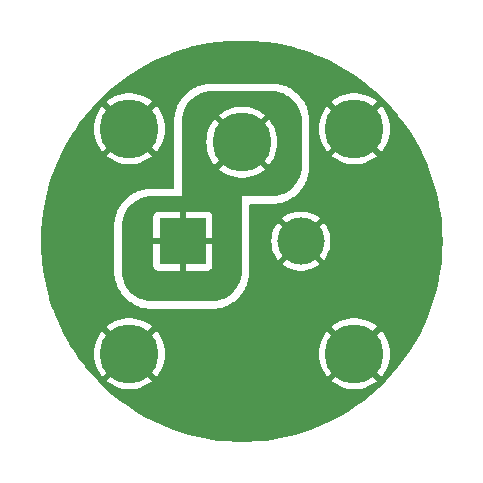
<source format=gbr>
%TF.GenerationSoftware,KiCad,Pcbnew,7.0.11+dfsg-1build4*%
%TF.CreationDate,2025-06-01T15:33:29-04:00*%
%TF.ProjectId,tek-cap-pcb,74656b2d-6361-4702-9d70-63622e6b6963,A*%
%TF.SameCoordinates,Original*%
%TF.FileFunction,Copper,L2,Bot*%
%TF.FilePolarity,Positive*%
%FSLAX46Y46*%
G04 Gerber Fmt 4.6, Leading zero omitted, Abs format (unit mm)*
G04 Created by KiCad (PCBNEW 7.0.11+dfsg-1build4) date 2025-06-01 15:33:29*
%MOMM*%
%LPD*%
G01*
G04 APERTURE LIST*
%TA.AperFunction,ComponentPad*%
%ADD10R,4.000000X4.000000*%
%TD*%
%TA.AperFunction,ComponentPad*%
%ADD11C,4.000000*%
%TD*%
%TA.AperFunction,ComponentPad*%
%ADD12C,5.000000*%
%TD*%
G04 APERTURE END LIST*
D10*
%TO.P,C1,1*%
%TO.N,Earth*%
X122000000Y-101600000D03*
D11*
%TO.P,C1,2*%
%TO.N,-26V*%
X132000000Y-101600000D03*
%TD*%
D12*
%TO.P,H5,1,1*%
%TO.N,-26V*%
X136525000Y-111125000D03*
%TD*%
%TO.P,H4,1,1*%
%TO.N,-26V*%
X117475000Y-111125000D03*
%TD*%
%TO.P,H3,1,1*%
%TO.N,-26V*%
X136525000Y-92075000D03*
%TD*%
%TO.P,H2,1,1*%
%TO.N,-26V*%
X117475000Y-92075000D03*
%TD*%
%TO.P,H1,1,1*%
%TO.N,Earth*%
X127000000Y-93218000D03*
%TD*%
%TA.AperFunction,Conductor*%
%TO.N,-26V*%
G36*
X127413769Y-84605608D02*
G01*
X128228362Y-84645010D01*
X128234333Y-84645443D01*
X128761004Y-84696513D01*
X129046072Y-84724155D01*
X129052023Y-84724877D01*
X129859029Y-84842717D01*
X129864922Y-84843723D01*
X130665281Y-85000414D01*
X130671131Y-85001706D01*
X131463005Y-85196886D01*
X131468772Y-85198456D01*
X131859514Y-85315056D01*
X132250248Y-85431654D01*
X132255947Y-85433505D01*
X133025272Y-85704194D01*
X133030876Y-85706319D01*
X133786235Y-86013866D01*
X133791728Y-86016259D01*
X134531320Y-86359928D01*
X134536655Y-86362565D01*
X135258848Y-86741601D01*
X135264059Y-86744499D01*
X135814701Y-87068355D01*
X135967032Y-87157948D01*
X135972123Y-87161110D01*
X136654315Y-87608047D01*
X136659246Y-87611451D01*
X137319023Y-88090807D01*
X137323785Y-88094445D01*
X137959669Y-88605147D01*
X137964249Y-88609012D01*
X138574704Y-89149828D01*
X138579058Y-89153877D01*
X139110042Y-89672181D01*
X139162676Y-89723558D01*
X139166855Y-89727839D01*
X139722279Y-90325064D01*
X139726233Y-90329528D01*
X140252133Y-90952864D01*
X140255881Y-90957529D01*
X140732855Y-91581733D01*
X140751067Y-91605567D01*
X140754589Y-91610415D01*
X141217873Y-92281597D01*
X141221157Y-92286610D01*
X141651469Y-92979386D01*
X141654507Y-92984551D01*
X142050851Y-93697315D01*
X142053636Y-93702621D01*
X142415086Y-94433713D01*
X142417611Y-94439148D01*
X142743306Y-95186822D01*
X142745566Y-95192372D01*
X143034766Y-95954930D01*
X143036755Y-95960583D01*
X143288770Y-96736205D01*
X143290484Y-96741947D01*
X143504738Y-97528865D01*
X143506172Y-97534684D01*
X143682155Y-98331022D01*
X143683306Y-98336903D01*
X143820608Y-99140799D01*
X143821474Y-99146728D01*
X143919779Y-99956344D01*
X143920357Y-99962309D01*
X143979430Y-100775698D01*
X143979720Y-100781684D01*
X143999427Y-101597004D01*
X143999427Y-101602996D01*
X143979720Y-102418315D01*
X143979430Y-102424301D01*
X143920357Y-103237690D01*
X143919779Y-103243655D01*
X143821474Y-104053271D01*
X143820608Y-104059200D01*
X143683306Y-104863096D01*
X143682155Y-104868977D01*
X143506172Y-105665315D01*
X143504738Y-105671134D01*
X143290484Y-106458052D01*
X143288770Y-106463794D01*
X143036755Y-107239416D01*
X143034766Y-107245069D01*
X142745566Y-108007627D01*
X142743306Y-108013177D01*
X142417611Y-108760851D01*
X142415086Y-108766286D01*
X142053636Y-109497378D01*
X142050851Y-109502684D01*
X141654507Y-110215448D01*
X141651469Y-110220613D01*
X141221157Y-110913389D01*
X141217873Y-110918402D01*
X140754589Y-111589584D01*
X140751067Y-111594432D01*
X140255886Y-112242463D01*
X140252133Y-112247135D01*
X139726243Y-112870460D01*
X139722269Y-112874946D01*
X139166862Y-113472153D01*
X139162676Y-113476441D01*
X138579075Y-114046106D01*
X138574687Y-114050187D01*
X137964249Y-114590987D01*
X137959669Y-114594852D01*
X137323785Y-115105554D01*
X137319023Y-115109192D01*
X136659246Y-115588548D01*
X136654315Y-115591952D01*
X135972123Y-116038889D01*
X135967032Y-116042051D01*
X135264072Y-116455492D01*
X135258835Y-116458405D01*
X134536673Y-116837425D01*
X134531301Y-116840080D01*
X133791729Y-117183739D01*
X133786235Y-117186133D01*
X133030876Y-117493680D01*
X133025272Y-117495805D01*
X132255947Y-117766494D01*
X132250248Y-117768345D01*
X131468780Y-118001540D01*
X131462998Y-118003115D01*
X130671132Y-118198292D01*
X130665281Y-118199585D01*
X129864929Y-118356274D01*
X129859022Y-118357283D01*
X129052021Y-118475122D01*
X129046072Y-118475844D01*
X128234336Y-118554555D01*
X128228359Y-118554989D01*
X127413770Y-118594391D01*
X127407779Y-118594536D01*
X126592221Y-118594536D01*
X126586230Y-118594391D01*
X125771640Y-118554989D01*
X125765663Y-118554555D01*
X124953927Y-118475844D01*
X124947978Y-118475122D01*
X124140977Y-118357283D01*
X124135070Y-118356274D01*
X123334718Y-118199585D01*
X123328867Y-118198292D01*
X122537001Y-118003115D01*
X122531219Y-118001540D01*
X121749751Y-117768345D01*
X121744052Y-117766494D01*
X120974727Y-117495805D01*
X120969123Y-117493680D01*
X120213764Y-117186133D01*
X120208270Y-117183739D01*
X119468698Y-116840080D01*
X119463326Y-116837425D01*
X118741164Y-116458405D01*
X118735927Y-116455492D01*
X118032967Y-116042051D01*
X118027876Y-116038889D01*
X117345684Y-115591952D01*
X117340753Y-115588548D01*
X116680976Y-115109192D01*
X116676214Y-115105554D01*
X116040330Y-114594852D01*
X116035750Y-114590987D01*
X115509759Y-114125000D01*
X115425297Y-114050173D01*
X115420939Y-114046120D01*
X114837316Y-113476434D01*
X114833137Y-113472153D01*
X114780666Y-113415733D01*
X114277718Y-112874932D01*
X114273768Y-112870473D01*
X113747856Y-112247123D01*
X113744113Y-112242463D01*
X113713498Y-112202398D01*
X113248925Y-111594422D01*
X113245410Y-111589584D01*
X113165545Y-111473880D01*
X112924733Y-111125003D01*
X114469916Y-111125003D01*
X114490235Y-111473869D01*
X114490236Y-111473880D01*
X114550914Y-111818002D01*
X114550916Y-111818011D01*
X114651145Y-112152800D01*
X114789555Y-112473670D01*
X114789561Y-112473683D01*
X114964289Y-112776322D01*
X115172967Y-113056625D01*
X115181148Y-113065296D01*
X116428664Y-111817780D01*
X116567855Y-111992320D01*
X116737299Y-112140358D01*
X116784808Y-112168743D01*
X115537818Y-113415733D01*
X115537819Y-113415734D01*
X115680484Y-113535445D01*
X115972461Y-113727480D01*
X116284739Y-113884314D01*
X116284745Y-113884316D01*
X116613130Y-114003838D01*
X116613133Y-114003839D01*
X116953171Y-114084429D01*
X117300276Y-114124999D01*
X117300277Y-114125000D01*
X117649723Y-114125000D01*
X117649723Y-114124999D01*
X117996827Y-114084429D01*
X117996829Y-114084429D01*
X118336866Y-114003839D01*
X118336869Y-114003838D01*
X118665254Y-113884316D01*
X118665260Y-113884314D01*
X118977538Y-113727480D01*
X119269509Y-113535449D01*
X119269510Y-113535448D01*
X119412179Y-113415734D01*
X119412180Y-113415733D01*
X118165126Y-112168678D01*
X118300747Y-112070144D01*
X118456239Y-111907512D01*
X118517801Y-111814249D01*
X119768849Y-113065297D01*
X119768851Y-113065296D01*
X119777022Y-113056636D01*
X119777033Y-113056623D01*
X119985710Y-112776322D01*
X120160438Y-112473683D01*
X120160444Y-112473670D01*
X120298854Y-112152800D01*
X120399083Y-111818011D01*
X120399085Y-111818002D01*
X120459763Y-111473880D01*
X120459764Y-111473869D01*
X120480084Y-111125003D01*
X133519916Y-111125003D01*
X133540235Y-111473869D01*
X133540236Y-111473880D01*
X133600914Y-111818002D01*
X133600916Y-111818011D01*
X133701145Y-112152800D01*
X133839555Y-112473670D01*
X133839561Y-112473683D01*
X134014289Y-112776322D01*
X134222967Y-113056625D01*
X134231148Y-113065296D01*
X135478664Y-111817780D01*
X135617855Y-111992320D01*
X135787299Y-112140358D01*
X135834808Y-112168743D01*
X134587818Y-113415733D01*
X134587819Y-113415734D01*
X134730484Y-113535445D01*
X135022461Y-113727480D01*
X135334739Y-113884314D01*
X135334745Y-113884316D01*
X135663130Y-114003838D01*
X135663133Y-114003839D01*
X136003171Y-114084429D01*
X136350276Y-114124999D01*
X136350277Y-114125000D01*
X136699723Y-114125000D01*
X136699723Y-114124999D01*
X137046827Y-114084429D01*
X137046829Y-114084429D01*
X137386866Y-114003839D01*
X137386869Y-114003838D01*
X137715254Y-113884316D01*
X137715260Y-113884314D01*
X138027538Y-113727480D01*
X138319509Y-113535449D01*
X138319510Y-113535448D01*
X138462179Y-113415734D01*
X138462180Y-113415733D01*
X137215126Y-112168678D01*
X137350747Y-112070144D01*
X137506239Y-111907512D01*
X137567801Y-111814248D01*
X138818850Y-113065297D01*
X138818851Y-113065296D01*
X138827022Y-113056636D01*
X138827033Y-113056623D01*
X139035710Y-112776322D01*
X139210438Y-112473683D01*
X139210444Y-112473670D01*
X139348854Y-112152800D01*
X139449083Y-111818011D01*
X139449085Y-111818002D01*
X139509763Y-111473880D01*
X139509764Y-111473869D01*
X139530084Y-111125003D01*
X139530084Y-111124996D01*
X139509764Y-110776130D01*
X139509763Y-110776119D01*
X139449085Y-110431997D01*
X139449083Y-110431988D01*
X139348854Y-110097199D01*
X139210444Y-109776329D01*
X139210438Y-109776316D01*
X139035710Y-109473677D01*
X138827032Y-109193374D01*
X138818850Y-109184702D01*
X137571334Y-110432218D01*
X137432145Y-110257680D01*
X137262701Y-110109642D01*
X137215190Y-110081255D01*
X138462180Y-108834265D01*
X138462179Y-108834264D01*
X138319519Y-108714557D01*
X138027538Y-108522519D01*
X137715260Y-108365685D01*
X137715254Y-108365683D01*
X137386869Y-108246161D01*
X137386866Y-108246160D01*
X137046828Y-108165570D01*
X136699723Y-108125000D01*
X136350277Y-108125000D01*
X136003172Y-108165570D01*
X136003170Y-108165570D01*
X135663133Y-108246160D01*
X135663130Y-108246161D01*
X135334745Y-108365683D01*
X135334739Y-108365685D01*
X135022461Y-108522519D01*
X134730480Y-108714557D01*
X134587819Y-108834264D01*
X134587818Y-108834265D01*
X135834874Y-110081321D01*
X135699253Y-110179856D01*
X135543761Y-110342488D01*
X135482198Y-110435751D01*
X134231148Y-109184701D01*
X134231147Y-109184702D01*
X134222976Y-109193363D01*
X134222972Y-109193368D01*
X134014289Y-109473677D01*
X133839561Y-109776316D01*
X133839555Y-109776329D01*
X133701145Y-110097199D01*
X133600916Y-110431988D01*
X133600914Y-110431997D01*
X133540236Y-110776119D01*
X133540235Y-110776130D01*
X133519916Y-111124996D01*
X133519916Y-111125003D01*
X120480084Y-111125003D01*
X120480084Y-111124996D01*
X120459764Y-110776130D01*
X120459763Y-110776119D01*
X120399085Y-110431997D01*
X120399083Y-110431988D01*
X120298854Y-110097199D01*
X120160444Y-109776329D01*
X120160438Y-109776316D01*
X119985710Y-109473677D01*
X119777032Y-109193374D01*
X119768850Y-109184702D01*
X118521334Y-110432217D01*
X118382145Y-110257680D01*
X118212701Y-110109642D01*
X118165190Y-110081255D01*
X119412180Y-108834265D01*
X119412179Y-108834264D01*
X119269519Y-108714557D01*
X118977538Y-108522519D01*
X118665260Y-108365685D01*
X118665254Y-108365683D01*
X118336869Y-108246161D01*
X118336866Y-108246160D01*
X117996828Y-108165570D01*
X117649723Y-108125000D01*
X117300277Y-108125000D01*
X116953172Y-108165570D01*
X116953170Y-108165570D01*
X116613133Y-108246160D01*
X116613130Y-108246161D01*
X116284745Y-108365683D01*
X116284739Y-108365685D01*
X115972461Y-108522519D01*
X115680480Y-108714557D01*
X115537819Y-108834264D01*
X115537818Y-108834265D01*
X116784874Y-110081321D01*
X116649253Y-110179856D01*
X116493761Y-110342488D01*
X116432198Y-110435751D01*
X115181148Y-109184701D01*
X115181147Y-109184702D01*
X115172976Y-109193363D01*
X115172972Y-109193368D01*
X114964289Y-109473677D01*
X114789561Y-109776316D01*
X114789555Y-109776329D01*
X114651145Y-110097199D01*
X114550916Y-110431988D01*
X114550914Y-110431997D01*
X114490236Y-110776119D01*
X114490235Y-110776130D01*
X114469916Y-111124996D01*
X114469916Y-111125003D01*
X112924733Y-111125003D01*
X112782124Y-110918399D01*
X112778842Y-110913389D01*
X112480823Y-110433596D01*
X112348524Y-110220604D01*
X112345492Y-110215448D01*
X112325700Y-110179856D01*
X111949147Y-109502683D01*
X111946363Y-109497378D01*
X111584913Y-108766286D01*
X111582388Y-108760851D01*
X111410249Y-108365685D01*
X111256689Y-108013168D01*
X111254433Y-108007627D01*
X110993840Y-107320500D01*
X110965229Y-107245058D01*
X110963244Y-107239416D01*
X110962636Y-107237546D01*
X110711225Y-106463783D01*
X110709515Y-106458052D01*
X110661728Y-106282540D01*
X110495260Y-105671132D01*
X110493827Y-105665315D01*
X110484797Y-105624454D01*
X110317843Y-104868974D01*
X110316693Y-104863096D01*
X110315474Y-104855961D01*
X110192549Y-104136241D01*
X116199500Y-104136241D01*
X116199792Y-104155598D01*
X116200017Y-104163059D01*
X116200891Y-104182373D01*
X116218734Y-104477360D01*
X116222233Y-104515858D01*
X116224042Y-104530755D01*
X116229863Y-104568995D01*
X116282452Y-104855961D01*
X116290574Y-104893792D01*
X116294154Y-104908317D01*
X116304551Y-104945608D01*
X116391323Y-105224070D01*
X116403940Y-105260635D01*
X116409259Y-105274658D01*
X116424064Y-105310399D01*
X116543794Y-105576427D01*
X116543801Y-105576441D01*
X116543804Y-105576448D01*
X116560701Y-105611156D01*
X116567679Y-105624454D01*
X116586691Y-105658165D01*
X116586694Y-105658170D01*
X116737615Y-105907825D01*
X116758621Y-105940312D01*
X116758638Y-105940339D01*
X116764760Y-105949207D01*
X116767129Y-105952639D01*
X116785469Y-105977564D01*
X116790057Y-105983799D01*
X116969971Y-106213443D01*
X116994733Y-106243154D01*
X116994750Y-106243174D01*
X117004680Y-106254382D01*
X117031187Y-106282540D01*
X117237459Y-106488812D01*
X117265617Y-106515319D01*
X117276825Y-106525249D01*
X117276840Y-106525262D01*
X117276844Y-106525265D01*
X117306555Y-106550027D01*
X117536211Y-106729951D01*
X117567357Y-106752869D01*
X117577607Y-106759943D01*
X117579687Y-106761379D01*
X117612181Y-106782388D01*
X117861830Y-106933305D01*
X117895557Y-106952326D01*
X117895580Y-106952338D01*
X117908818Y-106959286D01*
X117935912Y-106972476D01*
X117943572Y-106976205D01*
X118209600Y-107095935D01*
X118245341Y-107110740D01*
X118258603Y-107115769D01*
X118259363Y-107116058D01*
X118282925Y-107124188D01*
X118295921Y-107128673D01*
X118574422Y-107215457D01*
X118611662Y-107225839D01*
X118611671Y-107225841D01*
X118611681Y-107225844D01*
X118617453Y-107227266D01*
X118626200Y-107229423D01*
X118664055Y-107237550D01*
X118951003Y-107290136D01*
X118989252Y-107295958D01*
X119004117Y-107297763D01*
X119042650Y-107301264D01*
X119337591Y-107319105D01*
X119356939Y-107319982D01*
X119364426Y-107320208D01*
X119383751Y-107320500D01*
X119383759Y-107320500D01*
X124456241Y-107320500D01*
X124456249Y-107320500D01*
X124475574Y-107320208D01*
X124483061Y-107319982D01*
X124502409Y-107319105D01*
X124797349Y-107301264D01*
X124835882Y-107297763D01*
X124850747Y-107295958D01*
X124888996Y-107290136D01*
X125175944Y-107237550D01*
X125213799Y-107229423D01*
X125228337Y-107225839D01*
X125265577Y-107215457D01*
X125544078Y-107128673D01*
X125567869Y-107120462D01*
X125580635Y-107116058D01*
X125580646Y-107116053D01*
X125580657Y-107116050D01*
X125594658Y-107110740D01*
X125630399Y-107095935D01*
X125896427Y-106976205D01*
X125916938Y-106966219D01*
X125931180Y-106959286D01*
X125936703Y-106956387D01*
X125944442Y-106952326D01*
X125978169Y-106933305D01*
X126227818Y-106782388D01*
X126260312Y-106761379D01*
X126272635Y-106752873D01*
X126272641Y-106752869D01*
X126303787Y-106729951D01*
X126303796Y-106729944D01*
X126533438Y-106550031D01*
X126563174Y-106525249D01*
X126574382Y-106515319D01*
X126602540Y-106488812D01*
X126808812Y-106282540D01*
X126835319Y-106254382D01*
X126845249Y-106243174D01*
X126870031Y-106213438D01*
X127049944Y-105983796D01*
X127072873Y-105952635D01*
X127081379Y-105940312D01*
X127102388Y-105907818D01*
X127253305Y-105658169D01*
X127272326Y-105624442D01*
X127279284Y-105611183D01*
X127279286Y-105611180D01*
X127286219Y-105596938D01*
X127296205Y-105576427D01*
X127415935Y-105310399D01*
X127430740Y-105274658D01*
X127436050Y-105260657D01*
X127448673Y-105224078D01*
X127535457Y-104945577D01*
X127545839Y-104908337D01*
X127549423Y-104893799D01*
X127557550Y-104855944D01*
X127610136Y-104568996D01*
X127615958Y-104530747D01*
X127617763Y-104515882D01*
X127621264Y-104477349D01*
X127639105Y-104182409D01*
X127639982Y-104163061D01*
X127640208Y-104155574D01*
X127640500Y-104136249D01*
X127640500Y-101600005D01*
X129495057Y-101600005D01*
X129514807Y-101913942D01*
X129514808Y-101913949D01*
X129573755Y-102222958D01*
X129670963Y-102522132D01*
X129670965Y-102522137D01*
X129804900Y-102806761D01*
X129804903Y-102806767D01*
X129973457Y-103072367D01*
X129973460Y-103072371D01*
X130064286Y-103182160D01*
X131138349Y-102108097D01*
X131205146Y-102215263D01*
X131345268Y-102362671D01*
X131490085Y-102463466D01*
X130414971Y-103538579D01*
X130414972Y-103538581D01*
X130657772Y-103714985D01*
X130657790Y-103714996D01*
X130933447Y-103866540D01*
X130933455Y-103866544D01*
X131225926Y-103982340D01*
X131530620Y-104060573D01*
X131530629Y-104060575D01*
X131842701Y-104099999D01*
X131842715Y-104100000D01*
X132157285Y-104100000D01*
X132157298Y-104099999D01*
X132469370Y-104060575D01*
X132469379Y-104060573D01*
X132774073Y-103982340D01*
X133066544Y-103866544D01*
X133066552Y-103866540D01*
X133342209Y-103714996D01*
X133342219Y-103714990D01*
X133585026Y-103538579D01*
X133585027Y-103538579D01*
X132508125Y-102461678D01*
X132574214Y-102424996D01*
X132728531Y-102292520D01*
X132853021Y-102131692D01*
X132863625Y-102110073D01*
X133935712Y-103182160D01*
X134026544Y-103072364D01*
X134195096Y-102806767D01*
X134195099Y-102806761D01*
X134329034Y-102522137D01*
X134329036Y-102522132D01*
X134426244Y-102222958D01*
X134485191Y-101913949D01*
X134485192Y-101913942D01*
X134504943Y-101600005D01*
X134504943Y-101599994D01*
X134485192Y-101286057D01*
X134485191Y-101286050D01*
X134426244Y-100977041D01*
X134329036Y-100677867D01*
X134329034Y-100677862D01*
X134195099Y-100393238D01*
X134195096Y-100393232D01*
X134026542Y-100127632D01*
X134026539Y-100127628D01*
X133935712Y-100017838D01*
X132861649Y-101091901D01*
X132794854Y-100984737D01*
X132654732Y-100837329D01*
X132509914Y-100736532D01*
X133585027Y-99661419D01*
X133585026Y-99661417D01*
X133342227Y-99485014D01*
X133342209Y-99485003D01*
X133066552Y-99333459D01*
X133066544Y-99333455D01*
X132774073Y-99217659D01*
X132469379Y-99139426D01*
X132469370Y-99139424D01*
X132157298Y-99100000D01*
X131842701Y-99100000D01*
X131530629Y-99139424D01*
X131530620Y-99139426D01*
X131225926Y-99217659D01*
X130933455Y-99333455D01*
X130933447Y-99333459D01*
X130657787Y-99485004D01*
X130657782Y-99485007D01*
X130414972Y-99661418D01*
X130414971Y-99661419D01*
X131491874Y-100738321D01*
X131425786Y-100775004D01*
X131271469Y-100907480D01*
X131146979Y-101068308D01*
X131136374Y-101089926D01*
X130064286Y-100017838D01*
X130064285Y-100017838D01*
X129973459Y-100127629D01*
X129973457Y-100127632D01*
X129804903Y-100393232D01*
X129804900Y-100393238D01*
X129670965Y-100677862D01*
X129670963Y-100677867D01*
X129573755Y-100977041D01*
X129514808Y-101286050D01*
X129514807Y-101286057D01*
X129495057Y-101599994D01*
X129495057Y-101600005D01*
X127640500Y-101600005D01*
X127640500Y-98554500D01*
X127660185Y-98487461D01*
X127712989Y-98441706D01*
X127764500Y-98430500D01*
X129540014Y-98430500D01*
X129578652Y-98429332D01*
X129578664Y-98429331D01*
X129578673Y-98429331D01*
X129877349Y-98411264D01*
X129915882Y-98407763D01*
X129930747Y-98405958D01*
X129968996Y-98400136D01*
X130255944Y-98347550D01*
X130293799Y-98339423D01*
X130308337Y-98335839D01*
X130345577Y-98325457D01*
X130624078Y-98238673D01*
X130647869Y-98230462D01*
X130660635Y-98226058D01*
X130660646Y-98226053D01*
X130660657Y-98226050D01*
X130674658Y-98220740D01*
X130710399Y-98205935D01*
X130976427Y-98086205D01*
X130996938Y-98076219D01*
X131011180Y-98069286D01*
X131016703Y-98066387D01*
X131024442Y-98062326D01*
X131058169Y-98043305D01*
X131307818Y-97892388D01*
X131340312Y-97871379D01*
X131352635Y-97862873D01*
X131352641Y-97862869D01*
X131383787Y-97839951D01*
X131613443Y-97660027D01*
X131619385Y-97655074D01*
X131643174Y-97635249D01*
X131654382Y-97625319D01*
X131682540Y-97598812D01*
X131888812Y-97392540D01*
X131915319Y-97364382D01*
X131925249Y-97353174D01*
X131950031Y-97323438D01*
X132129944Y-97093796D01*
X132152873Y-97062635D01*
X132161379Y-97050312D01*
X132182388Y-97017818D01*
X132333305Y-96768169D01*
X132352326Y-96734442D01*
X132359284Y-96721183D01*
X132359286Y-96721180D01*
X132366219Y-96706938D01*
X132376205Y-96686427D01*
X132495935Y-96420399D01*
X132510740Y-96384658D01*
X132516050Y-96370657D01*
X132528673Y-96334078D01*
X132615457Y-96055577D01*
X132625839Y-96018337D01*
X132629423Y-96003799D01*
X132637550Y-95965944D01*
X132690136Y-95678996D01*
X132695958Y-95640747D01*
X132697763Y-95625882D01*
X132701264Y-95587349D01*
X132719105Y-95292409D01*
X132719982Y-95273061D01*
X132720208Y-95265574D01*
X132720500Y-95246249D01*
X132720500Y-92075003D01*
X133519916Y-92075003D01*
X133540235Y-92423869D01*
X133540236Y-92423880D01*
X133600914Y-92768002D01*
X133600916Y-92768011D01*
X133701145Y-93102800D01*
X133839555Y-93423670D01*
X133839561Y-93423683D01*
X134014289Y-93726322D01*
X134222967Y-94006625D01*
X134231148Y-94015296D01*
X135478664Y-92767780D01*
X135617855Y-92942320D01*
X135787299Y-93090358D01*
X135834808Y-93118743D01*
X134587818Y-94365733D01*
X134587819Y-94365734D01*
X134730484Y-94485445D01*
X135022461Y-94677480D01*
X135334739Y-94834314D01*
X135334745Y-94834316D01*
X135663130Y-94953838D01*
X135663133Y-94953839D01*
X136003171Y-95034429D01*
X136350276Y-95074999D01*
X136350277Y-95075000D01*
X136699723Y-95075000D01*
X136699723Y-95074999D01*
X137046827Y-95034429D01*
X137046829Y-95034429D01*
X137386866Y-94953839D01*
X137386869Y-94953838D01*
X137715254Y-94834316D01*
X137715260Y-94834314D01*
X138027538Y-94677480D01*
X138319509Y-94485449D01*
X138319510Y-94485448D01*
X138462179Y-94365734D01*
X138462180Y-94365733D01*
X137215126Y-93118678D01*
X137350747Y-93020144D01*
X137506239Y-92857512D01*
X137567801Y-92764248D01*
X138818850Y-94015297D01*
X138818851Y-94015296D01*
X138827022Y-94006636D01*
X138827033Y-94006623D01*
X139035710Y-93726322D01*
X139210438Y-93423683D01*
X139210444Y-93423670D01*
X139348854Y-93102800D01*
X139449083Y-92768011D01*
X139449085Y-92768002D01*
X139509763Y-92423880D01*
X139509764Y-92423869D01*
X139530084Y-92075003D01*
X139530084Y-92074996D01*
X139509764Y-91726130D01*
X139509763Y-91726119D01*
X139449085Y-91381997D01*
X139449083Y-91381988D01*
X139348854Y-91047199D01*
X139210444Y-90726329D01*
X139210438Y-90726316D01*
X139035710Y-90423677D01*
X138827032Y-90143374D01*
X138818850Y-90134702D01*
X137571334Y-91382218D01*
X137432145Y-91207680D01*
X137262701Y-91059642D01*
X137215190Y-91031255D01*
X138462180Y-89784265D01*
X138462179Y-89784264D01*
X138319519Y-89664557D01*
X138027538Y-89472519D01*
X137715260Y-89315685D01*
X137715254Y-89315683D01*
X137386869Y-89196161D01*
X137386866Y-89196160D01*
X137046828Y-89115570D01*
X136699723Y-89075000D01*
X136350277Y-89075000D01*
X136003172Y-89115570D01*
X136003170Y-89115570D01*
X135663133Y-89196160D01*
X135663130Y-89196161D01*
X135334745Y-89315683D01*
X135334739Y-89315685D01*
X135022461Y-89472519D01*
X134730480Y-89664557D01*
X134587819Y-89784264D01*
X134587818Y-89784265D01*
X135834874Y-91031321D01*
X135699253Y-91129856D01*
X135543761Y-91292488D01*
X135482198Y-91385751D01*
X134231148Y-90134701D01*
X134231147Y-90134702D01*
X134222976Y-90143363D01*
X134222972Y-90143368D01*
X134014289Y-90423677D01*
X133839561Y-90726316D01*
X133839555Y-90726329D01*
X133701145Y-91047199D01*
X133600916Y-91381988D01*
X133600914Y-91381997D01*
X133540236Y-91726119D01*
X133540235Y-91726130D01*
X133519916Y-92074996D01*
X133519916Y-92075003D01*
X132720500Y-92075003D01*
X132720500Y-91443750D01*
X132720208Y-91424425D01*
X132719982Y-91416938D01*
X132719105Y-91397590D01*
X132701264Y-91102650D01*
X132697763Y-91064117D01*
X132695958Y-91049252D01*
X132690136Y-91011003D01*
X132637550Y-90724055D01*
X132629423Y-90686200D01*
X132625839Y-90671662D01*
X132615457Y-90634422D01*
X132528673Y-90355921D01*
X132518021Y-90325053D01*
X132516058Y-90319363D01*
X132515769Y-90318603D01*
X132510740Y-90305341D01*
X132495935Y-90269600D01*
X132376205Y-90003572D01*
X132372476Y-89995912D01*
X132359286Y-89968818D01*
X132352338Y-89955580D01*
X132352326Y-89955557D01*
X132333305Y-89921830D01*
X132182388Y-89672181D01*
X132161379Y-89639687D01*
X132159943Y-89637607D01*
X132152869Y-89627357D01*
X132129951Y-89596211D01*
X131950027Y-89366555D01*
X131925265Y-89336844D01*
X131925262Y-89336840D01*
X131925249Y-89336825D01*
X131915319Y-89325617D01*
X131888812Y-89297459D01*
X131682540Y-89091187D01*
X131654382Y-89064680D01*
X131643174Y-89054750D01*
X131613437Y-89029967D01*
X131383789Y-88850050D01*
X131352637Y-88827127D01*
X131352631Y-88827123D01*
X131352619Y-88827114D01*
X131340331Y-88818632D01*
X131307831Y-88797618D01*
X131058165Y-88646691D01*
X131024454Y-88627679D01*
X131011156Y-88620701D01*
X130976448Y-88603804D01*
X130976441Y-88603801D01*
X130976427Y-88603794D01*
X130710399Y-88484064D01*
X130674691Y-88469272D01*
X130674686Y-88469270D01*
X130674672Y-88469264D01*
X130660704Y-88463966D01*
X130654843Y-88461943D01*
X130624082Y-88451327D01*
X130624063Y-88451321D01*
X130345590Y-88364546D01*
X130308341Y-88354161D01*
X130308292Y-88354149D01*
X130293799Y-88350576D01*
X130293793Y-88350574D01*
X130293782Y-88350572D01*
X130255961Y-88342452D01*
X130101891Y-88314217D01*
X129968996Y-88289863D01*
X129968992Y-88289862D01*
X129968990Y-88289862D01*
X129930758Y-88284043D01*
X129915906Y-88282239D01*
X129877342Y-88278733D01*
X129582373Y-88260891D01*
X129563059Y-88260017D01*
X129555598Y-88259792D01*
X129541080Y-88259573D01*
X129536249Y-88259500D01*
X124463751Y-88259500D01*
X124459066Y-88259570D01*
X124444401Y-88259792D01*
X124436940Y-88260017D01*
X124417626Y-88260891D01*
X124122637Y-88278734D01*
X124084134Y-88282233D01*
X124074369Y-88283419D01*
X124069257Y-88284040D01*
X124069247Y-88284041D01*
X124069243Y-88284042D01*
X124031011Y-88289861D01*
X123744041Y-88342451D01*
X123706251Y-88350563D01*
X123691699Y-88354149D01*
X123654408Y-88364544D01*
X123375928Y-88451323D01*
X123339306Y-88463961D01*
X123333358Y-88466217D01*
X123325311Y-88469270D01*
X123325292Y-88469277D01*
X123325289Y-88469279D01*
X123289589Y-88484068D01*
X123023591Y-88603784D01*
X122988844Y-88620699D01*
X122975601Y-88627648D01*
X122941823Y-88646696D01*
X122692158Y-88797625D01*
X122659683Y-88818622D01*
X122647383Y-88827112D01*
X122616223Y-88850038D01*
X122386552Y-89029975D01*
X122356808Y-89054763D01*
X122345637Y-89064661D01*
X122345628Y-89064669D01*
X122345624Y-89064673D01*
X122334654Y-89075000D01*
X122317451Y-89091194D01*
X122111194Y-89297451D01*
X122084661Y-89325637D01*
X122074763Y-89336808D01*
X122049975Y-89366552D01*
X121870038Y-89596223D01*
X121847106Y-89627390D01*
X121838627Y-89639675D01*
X121817624Y-89672160D01*
X121666687Y-89921842D01*
X121647676Y-89955550D01*
X121640708Y-89968828D01*
X121623804Y-90003550D01*
X121504056Y-90269617D01*
X121489277Y-90305294D01*
X121489270Y-90305311D01*
X121489259Y-90305341D01*
X121483958Y-90319315D01*
X121471334Y-90355892D01*
X121450212Y-90423677D01*
X121384542Y-90634422D01*
X121379282Y-90653288D01*
X121374154Y-90671681D01*
X121370574Y-90686206D01*
X121362452Y-90724037D01*
X121309863Y-91011003D01*
X121304042Y-91049243D01*
X121302233Y-91064140D01*
X121298734Y-91102638D01*
X121280891Y-91397625D01*
X121280017Y-91416939D01*
X121279792Y-91424400D01*
X121279500Y-91443757D01*
X121279500Y-97025500D01*
X121259815Y-97092539D01*
X121207011Y-97138294D01*
X121155500Y-97149500D01*
X119379984Y-97149500D01*
X119341351Y-97150666D01*
X119042639Y-97168734D01*
X119004134Y-97172233D01*
X118994369Y-97173419D01*
X118989257Y-97174040D01*
X118989247Y-97174041D01*
X118989243Y-97174042D01*
X118951011Y-97179861D01*
X118664041Y-97232451D01*
X118626251Y-97240563D01*
X118611699Y-97244149D01*
X118574408Y-97254544D01*
X118295928Y-97341323D01*
X118259306Y-97353961D01*
X118253358Y-97356217D01*
X118245311Y-97359270D01*
X118245292Y-97359277D01*
X118245289Y-97359279D01*
X118209589Y-97374068D01*
X117943591Y-97493784D01*
X117908844Y-97510699D01*
X117895601Y-97517648D01*
X117861823Y-97536696D01*
X117612158Y-97687625D01*
X117579683Y-97708622D01*
X117567383Y-97717112D01*
X117536223Y-97740038D01*
X117306552Y-97919975D01*
X117276808Y-97944763D01*
X117265637Y-97954661D01*
X117237451Y-97981194D01*
X117031194Y-98187451D01*
X117004661Y-98215637D01*
X116994763Y-98226808D01*
X116969975Y-98256552D01*
X116790038Y-98486223D01*
X116767106Y-98517390D01*
X116758627Y-98529675D01*
X116737624Y-98562160D01*
X116586687Y-98811842D01*
X116567676Y-98845550D01*
X116560708Y-98858828D01*
X116543804Y-98893550D01*
X116424056Y-99159617D01*
X116409277Y-99195294D01*
X116409270Y-99195311D01*
X116404548Y-99207758D01*
X116403958Y-99209315D01*
X116391334Y-99245892D01*
X116364049Y-99333455D01*
X116304542Y-99524422D01*
X116299282Y-99543288D01*
X116294154Y-99561681D01*
X116290580Y-99576181D01*
X116282447Y-99614063D01*
X116259277Y-99740500D01*
X116229862Y-99901007D01*
X116224043Y-99939238D01*
X116222233Y-99954140D01*
X116218734Y-99992638D01*
X116200891Y-100287625D01*
X116200017Y-100306939D01*
X116199792Y-100314400D01*
X116199500Y-100333757D01*
X116199500Y-104136241D01*
X110192549Y-104136241D01*
X110179389Y-104059191D01*
X110178525Y-104053271D01*
X110080218Y-103243644D01*
X110079642Y-103237690D01*
X110067636Y-103072371D01*
X110020567Y-102424270D01*
X110020280Y-102418346D01*
X110000572Y-101602978D01*
X110000572Y-101597004D01*
X110020280Y-100781651D01*
X110020567Y-100775731D01*
X110079643Y-99962294D01*
X110080220Y-99956344D01*
X110080491Y-99954117D01*
X110178527Y-99146712D01*
X110179391Y-99140799D01*
X110186360Y-99100000D01*
X110316695Y-98336891D01*
X110317844Y-98331022D01*
X110338253Y-98238673D01*
X110493829Y-97534673D01*
X110495261Y-97528865D01*
X110500207Y-97510699D01*
X110709521Y-96741924D01*
X110711222Y-96736227D01*
X110963252Y-95960558D01*
X110965224Y-95954954D01*
X111254441Y-95192349D01*
X111256683Y-95186845D01*
X111582395Y-94439132D01*
X111584913Y-94433713D01*
X111618522Y-94365734D01*
X111946372Y-93702603D01*
X111949138Y-93697333D01*
X112345508Y-92984523D01*
X112348513Y-92979413D01*
X112778855Y-92286589D01*
X112782111Y-92281619D01*
X112924728Y-92075003D01*
X114469916Y-92075003D01*
X114490235Y-92423869D01*
X114490236Y-92423880D01*
X114550914Y-92768002D01*
X114550916Y-92768011D01*
X114651145Y-93102800D01*
X114789555Y-93423670D01*
X114789561Y-93423683D01*
X114964289Y-93726322D01*
X115172967Y-94006625D01*
X115181148Y-94015296D01*
X116428664Y-92767780D01*
X116567855Y-92942320D01*
X116737299Y-93090358D01*
X116784808Y-93118743D01*
X115537818Y-94365733D01*
X115537819Y-94365734D01*
X115680484Y-94485445D01*
X115972461Y-94677480D01*
X116284739Y-94834314D01*
X116284745Y-94834316D01*
X116613130Y-94953838D01*
X116613133Y-94953839D01*
X116953171Y-95034429D01*
X117300276Y-95074999D01*
X117300277Y-95075000D01*
X117649723Y-95075000D01*
X117649723Y-95074999D01*
X117996827Y-95034429D01*
X117996829Y-95034429D01*
X118336866Y-94953839D01*
X118336869Y-94953838D01*
X118665254Y-94834316D01*
X118665260Y-94834314D01*
X118977538Y-94677480D01*
X119269509Y-94485449D01*
X119269510Y-94485448D01*
X119412179Y-94365734D01*
X119412180Y-94365733D01*
X118165126Y-93118678D01*
X118300747Y-93020144D01*
X118456239Y-92857512D01*
X118517801Y-92764249D01*
X119768849Y-94015297D01*
X119768851Y-94015296D01*
X119777022Y-94006636D01*
X119777033Y-94006623D01*
X119985710Y-93726322D01*
X120160438Y-93423683D01*
X120160444Y-93423670D01*
X120298854Y-93102800D01*
X120399083Y-92768011D01*
X120399085Y-92768002D01*
X120459763Y-92423880D01*
X120459764Y-92423869D01*
X120480084Y-92075003D01*
X120480084Y-92074996D01*
X120459764Y-91726130D01*
X120459763Y-91726119D01*
X120399085Y-91381997D01*
X120399083Y-91381988D01*
X120298854Y-91047199D01*
X120160444Y-90726329D01*
X120160438Y-90726316D01*
X119985710Y-90423677D01*
X119777032Y-90143374D01*
X119768850Y-90134702D01*
X118521334Y-91382217D01*
X118382145Y-91207680D01*
X118212701Y-91059642D01*
X118165190Y-91031255D01*
X119412180Y-89784265D01*
X119412179Y-89784264D01*
X119269519Y-89664557D01*
X118977538Y-89472519D01*
X118665260Y-89315685D01*
X118665254Y-89315683D01*
X118336869Y-89196161D01*
X118336866Y-89196160D01*
X117996828Y-89115570D01*
X117649723Y-89075000D01*
X117300277Y-89075000D01*
X116953172Y-89115570D01*
X116953170Y-89115570D01*
X116613133Y-89196160D01*
X116613130Y-89196161D01*
X116284745Y-89315683D01*
X116284739Y-89315685D01*
X115972461Y-89472519D01*
X115680480Y-89664557D01*
X115537819Y-89784264D01*
X115537818Y-89784265D01*
X116784874Y-91031321D01*
X116649253Y-91129856D01*
X116493761Y-91292488D01*
X116432198Y-91385751D01*
X115181148Y-90134701D01*
X115181147Y-90134702D01*
X115172976Y-90143363D01*
X115172972Y-90143368D01*
X114964289Y-90423677D01*
X114789561Y-90726316D01*
X114789555Y-90726329D01*
X114651145Y-91047199D01*
X114550916Y-91381988D01*
X114550914Y-91381997D01*
X114490236Y-91726119D01*
X114490235Y-91726130D01*
X114469916Y-92074996D01*
X114469916Y-92075003D01*
X112924728Y-92075003D01*
X113245431Y-91610385D01*
X113248910Y-91605596D01*
X113744138Y-90957504D01*
X113747839Y-90952896D01*
X114273786Y-90329505D01*
X114277699Y-90325087D01*
X114833164Y-89727818D01*
X114837296Y-89723585D01*
X115420961Y-89153858D01*
X115425274Y-89149846D01*
X116035767Y-88608996D01*
X116040312Y-88605161D01*
X116676236Y-88094427D01*
X116680952Y-88090824D01*
X117340766Y-87611441D01*
X117345670Y-87608056D01*
X118027890Y-87161101D01*
X118032952Y-87157956D01*
X118735958Y-86744489D01*
X118741133Y-86741610D01*
X119463360Y-86362556D01*
X119468662Y-86359936D01*
X120208286Y-86016252D01*
X120213748Y-86013872D01*
X120969130Y-85706315D01*
X120974719Y-85704196D01*
X121744056Y-85433503D01*
X121749751Y-85431654D01*
X122018097Y-85351578D01*
X122531238Y-85198453D01*
X122536983Y-85196888D01*
X123328876Y-85001704D01*
X123334709Y-85000415D01*
X124135084Y-84843722D01*
X124140963Y-84842718D01*
X124947981Y-84724876D01*
X124953924Y-84724155D01*
X125765669Y-84645443D01*
X125771634Y-84645010D01*
X126586230Y-84605608D01*
X126592221Y-84605464D01*
X127407779Y-84605464D01*
X127413769Y-84605608D01*
G37*
%TD.AperFunction*%
%TD*%
%TA.AperFunction,Conductor*%
%TO.N,Earth*%
G36*
X129543736Y-88900226D02*
G01*
X129838678Y-88918066D01*
X129853541Y-88919871D01*
X130140489Y-88972457D01*
X130155027Y-88976041D01*
X130280211Y-89015049D01*
X130433533Y-89062826D01*
X130447529Y-89068135D01*
X130713557Y-89187865D01*
X130726816Y-89194823D01*
X130851640Y-89270281D01*
X130976471Y-89345744D01*
X130988782Y-89354242D01*
X131218430Y-89534159D01*
X131229638Y-89544089D01*
X131435910Y-89750361D01*
X131445840Y-89761569D01*
X131625753Y-89991211D01*
X131634259Y-90003534D01*
X131785176Y-90253183D01*
X131792134Y-90266442D01*
X131911864Y-90532470D01*
X131917174Y-90546471D01*
X132003958Y-90824972D01*
X132007542Y-90839510D01*
X132060128Y-91126458D01*
X132061933Y-91141323D01*
X132079774Y-91436263D01*
X132080000Y-91443750D01*
X132080000Y-95246249D01*
X132079774Y-95253736D01*
X132061933Y-95548676D01*
X132060128Y-95563541D01*
X132007542Y-95850489D01*
X132003958Y-95865027D01*
X131917174Y-96143528D01*
X131911864Y-96157529D01*
X131792134Y-96423557D01*
X131785176Y-96436816D01*
X131634259Y-96686465D01*
X131625753Y-96698788D01*
X131445840Y-96928430D01*
X131435910Y-96939638D01*
X131229638Y-97145910D01*
X131218430Y-97155840D01*
X130988788Y-97335753D01*
X130976465Y-97344259D01*
X130726816Y-97495176D01*
X130713557Y-97502134D01*
X130447529Y-97621864D01*
X130433528Y-97627174D01*
X130155027Y-97713958D01*
X130140489Y-97717542D01*
X129853541Y-97770128D01*
X129838676Y-97771933D01*
X129540000Y-97790000D01*
X127000000Y-97790000D01*
X127000000Y-100329991D01*
X127000000Y-104136249D01*
X126999774Y-104143736D01*
X126981933Y-104438676D01*
X126980128Y-104453541D01*
X126927542Y-104740489D01*
X126923958Y-104755027D01*
X126837174Y-105033528D01*
X126831864Y-105047529D01*
X126712134Y-105313557D01*
X126705176Y-105326816D01*
X126554259Y-105576465D01*
X126545753Y-105588788D01*
X126365840Y-105818430D01*
X126355910Y-105829638D01*
X126149638Y-106035910D01*
X126138430Y-106045840D01*
X125908788Y-106225753D01*
X125896465Y-106234259D01*
X125646816Y-106385176D01*
X125633557Y-106392134D01*
X125367529Y-106511864D01*
X125353528Y-106517174D01*
X125075027Y-106603958D01*
X125060489Y-106607542D01*
X124773541Y-106660128D01*
X124758676Y-106661933D01*
X124463736Y-106679774D01*
X124456249Y-106680000D01*
X119383751Y-106680000D01*
X119376264Y-106679774D01*
X119081323Y-106661933D01*
X119066458Y-106660128D01*
X118779510Y-106607542D01*
X118764972Y-106603958D01*
X118486471Y-106517174D01*
X118472470Y-106511864D01*
X118206442Y-106392134D01*
X118193183Y-106385176D01*
X117943534Y-106234259D01*
X117931211Y-106225753D01*
X117701569Y-106045840D01*
X117690361Y-106035910D01*
X117484089Y-105829638D01*
X117474159Y-105818430D01*
X117294246Y-105588788D01*
X117285744Y-105576471D01*
X117210281Y-105451640D01*
X117134823Y-105326816D01*
X117127865Y-105313557D01*
X117008135Y-105047529D01*
X117002825Y-105033528D01*
X116916041Y-104755027D01*
X116912457Y-104740489D01*
X116859871Y-104453541D01*
X116858066Y-104438676D01*
X116840226Y-104143736D01*
X116840000Y-104136249D01*
X116840000Y-103647844D01*
X119500000Y-103647844D01*
X119506401Y-103707372D01*
X119506403Y-103707379D01*
X119556645Y-103842086D01*
X119556649Y-103842093D01*
X119642809Y-103957187D01*
X119642812Y-103957190D01*
X119757906Y-104043350D01*
X119757913Y-104043354D01*
X119892620Y-104093596D01*
X119892627Y-104093598D01*
X119952155Y-104099999D01*
X119952172Y-104100000D01*
X121750000Y-104100000D01*
X121750000Y-102569521D01*
X121898310Y-102600000D01*
X122050712Y-102600000D01*
X122202337Y-102584581D01*
X122250000Y-102569626D01*
X122250000Y-104100000D01*
X124047828Y-104100000D01*
X124047844Y-104099999D01*
X124107372Y-104093598D01*
X124107379Y-104093596D01*
X124242086Y-104043354D01*
X124242093Y-104043350D01*
X124357187Y-103957190D01*
X124357190Y-103957187D01*
X124443350Y-103842093D01*
X124443354Y-103842086D01*
X124493596Y-103707379D01*
X124493598Y-103707372D01*
X124499999Y-103647844D01*
X124500000Y-103647827D01*
X124500000Y-101850000D01*
X122968246Y-101850000D01*
X122993566Y-101752209D01*
X123003867Y-101549090D01*
X122973367Y-101350000D01*
X124500000Y-101350000D01*
X124500000Y-99552172D01*
X124499999Y-99552155D01*
X124493598Y-99492627D01*
X124493596Y-99492620D01*
X124443354Y-99357913D01*
X124443350Y-99357906D01*
X124357190Y-99242812D01*
X124357187Y-99242809D01*
X124242093Y-99156649D01*
X124242086Y-99156645D01*
X124107379Y-99106403D01*
X124107372Y-99106401D01*
X124047844Y-99100000D01*
X122250000Y-99100000D01*
X122250000Y-100630478D01*
X122101690Y-100600000D01*
X121949288Y-100600000D01*
X121797663Y-100615419D01*
X121750000Y-100630373D01*
X121750000Y-99100000D01*
X119952155Y-99100000D01*
X119892627Y-99106401D01*
X119892620Y-99106403D01*
X119757913Y-99156645D01*
X119757906Y-99156649D01*
X119642812Y-99242809D01*
X119642809Y-99242812D01*
X119556649Y-99357906D01*
X119556645Y-99357913D01*
X119506403Y-99492620D01*
X119506401Y-99492627D01*
X119500000Y-99552155D01*
X119500000Y-101350000D01*
X121031754Y-101350000D01*
X121006434Y-101447791D01*
X120996133Y-101650910D01*
X121026633Y-101850000D01*
X119500000Y-101850000D01*
X119500000Y-103647844D01*
X116840000Y-103647844D01*
X116840000Y-100333750D01*
X116840226Y-100326263D01*
X116858066Y-100031323D01*
X116859871Y-100016458D01*
X116912457Y-99729510D01*
X116916041Y-99714972D01*
X117002828Y-99436461D01*
X117008135Y-99422470D01*
X117127865Y-99156442D01*
X117134823Y-99143183D01*
X117157057Y-99106403D01*
X117285749Y-98893520D01*
X117294236Y-98881224D01*
X117474166Y-98651560D01*
X117484081Y-98640369D01*
X117690369Y-98434081D01*
X117701560Y-98424166D01*
X117931224Y-98244236D01*
X117943520Y-98235749D01*
X118193183Y-98084822D01*
X118206442Y-98077865D01*
X118472470Y-97958135D01*
X118486461Y-97952828D01*
X118764972Y-97866040D01*
X118779510Y-97862457D01*
X119066462Y-97809870D01*
X119081319Y-97808066D01*
X119380000Y-97790000D01*
X121920000Y-97790000D01*
X121920000Y-93218003D01*
X123994916Y-93218003D01*
X124015235Y-93566869D01*
X124015236Y-93566880D01*
X124075914Y-93911002D01*
X124075916Y-93911011D01*
X124176145Y-94245800D01*
X124314555Y-94566670D01*
X124314561Y-94566683D01*
X124489289Y-94869322D01*
X124697967Y-95149625D01*
X124706148Y-95158296D01*
X125953664Y-93910780D01*
X126092855Y-94085320D01*
X126262299Y-94233358D01*
X126309808Y-94261743D01*
X125062818Y-95508733D01*
X125062819Y-95508734D01*
X125205484Y-95628445D01*
X125497461Y-95820480D01*
X125809739Y-95977314D01*
X125809745Y-95977316D01*
X126138130Y-96096838D01*
X126138133Y-96096839D01*
X126478171Y-96177429D01*
X126825276Y-96217999D01*
X126825277Y-96218000D01*
X127174723Y-96218000D01*
X127174723Y-96217999D01*
X127521827Y-96177429D01*
X127521829Y-96177429D01*
X127861866Y-96096839D01*
X127861869Y-96096838D01*
X128190254Y-95977316D01*
X128190260Y-95977314D01*
X128502538Y-95820480D01*
X128794509Y-95628449D01*
X128794510Y-95628448D01*
X128937179Y-95508734D01*
X128937180Y-95508733D01*
X127690126Y-94261678D01*
X127825747Y-94163144D01*
X127981239Y-94000512D01*
X128042801Y-93907248D01*
X129293849Y-95158297D01*
X129293851Y-95158296D01*
X129302022Y-95149636D01*
X129302033Y-95149623D01*
X129510710Y-94869322D01*
X129685438Y-94566683D01*
X129685444Y-94566670D01*
X129823854Y-94245800D01*
X129924083Y-93911011D01*
X129924085Y-93911002D01*
X129984763Y-93566880D01*
X129984764Y-93566869D01*
X130005084Y-93218003D01*
X130005084Y-93217996D01*
X129984764Y-92869130D01*
X129984763Y-92869119D01*
X129924085Y-92524997D01*
X129924083Y-92524988D01*
X129823854Y-92190199D01*
X129685444Y-91869329D01*
X129685438Y-91869316D01*
X129510710Y-91566677D01*
X129302032Y-91286374D01*
X129293850Y-91277702D01*
X128046334Y-92525218D01*
X127907145Y-92350680D01*
X127737701Y-92202642D01*
X127690190Y-92174255D01*
X128937180Y-90927265D01*
X128937179Y-90927264D01*
X128794519Y-90807557D01*
X128502538Y-90615519D01*
X128190260Y-90458685D01*
X128190254Y-90458683D01*
X127861869Y-90339161D01*
X127861866Y-90339160D01*
X127521828Y-90258570D01*
X127174723Y-90218000D01*
X126825277Y-90218000D01*
X126478172Y-90258570D01*
X126478170Y-90258570D01*
X126138133Y-90339160D01*
X126138130Y-90339161D01*
X125809745Y-90458683D01*
X125809739Y-90458685D01*
X125497461Y-90615519D01*
X125205480Y-90807557D01*
X125062819Y-90927264D01*
X125062818Y-90927265D01*
X126309874Y-92174321D01*
X126174253Y-92272856D01*
X126018761Y-92435488D01*
X125957198Y-92528751D01*
X124706148Y-91277701D01*
X124706147Y-91277702D01*
X124697976Y-91286363D01*
X124697972Y-91286368D01*
X124489289Y-91566677D01*
X124314561Y-91869316D01*
X124314555Y-91869329D01*
X124176145Y-92190199D01*
X124075916Y-92524988D01*
X124075914Y-92524997D01*
X124015236Y-92869119D01*
X124015235Y-92869130D01*
X123994916Y-93217996D01*
X123994916Y-93218003D01*
X121920000Y-93218003D01*
X121920000Y-91443750D01*
X121920226Y-91436263D01*
X121938066Y-91141323D01*
X121939871Y-91126458D01*
X121992457Y-90839510D01*
X121996041Y-90824972D01*
X122061309Y-90615519D01*
X122082828Y-90546461D01*
X122088135Y-90532470D01*
X122207865Y-90266442D01*
X122214823Y-90253183D01*
X122236092Y-90218000D01*
X122365749Y-90003520D01*
X122374236Y-89991224D01*
X122554166Y-89761560D01*
X122564081Y-89750369D01*
X122770369Y-89544081D01*
X122781560Y-89534166D01*
X123011224Y-89354236D01*
X123023520Y-89345749D01*
X123273183Y-89194822D01*
X123286442Y-89187865D01*
X123552470Y-89068135D01*
X123566461Y-89062828D01*
X123844972Y-88976040D01*
X123859510Y-88972457D01*
X124146462Y-88919870D01*
X124161319Y-88918066D01*
X124456264Y-88900226D01*
X124463751Y-88900000D01*
X129536249Y-88900000D01*
X129543736Y-88900226D01*
G37*
%TD.AperFunction*%
%TD*%
M02*

</source>
